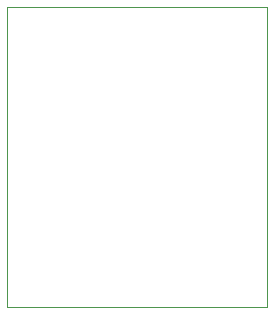
<source format=gbr>
%TF.GenerationSoftware,KiCad,Pcbnew,9.0.1+dfsg-1*%
%TF.CreationDate,2025-05-01T11:04:41+02:00*%
%TF.ProjectId,sim-and-sd-card,73696d2d-616e-4642-9d73-642d63617264,rev?*%
%TF.SameCoordinates,Original*%
%TF.FileFunction,Profile,NP*%
%FSLAX46Y46*%
G04 Gerber Fmt 4.6, Leading zero omitted, Abs format (unit mm)*
G04 Created by KiCad (PCBNEW 9.0.1+dfsg-1) date 2025-05-01 11:04:41*
%MOMM*%
%LPD*%
G01*
G04 APERTURE LIST*
%TA.AperFunction,Profile*%
%ADD10C,0.050000*%
%TD*%
G04 APERTURE END LIST*
D10*
%TO.C,M1*%
X48720800Y-61518800D02*
X48720800Y-36118800D01*
X70720800Y-36118800D02*
X48720800Y-36118800D01*
X70720800Y-61518800D02*
X48720800Y-61518800D01*
X70720800Y-61518800D02*
X70720800Y-36118800D01*
%TD*%
M02*

</source>
